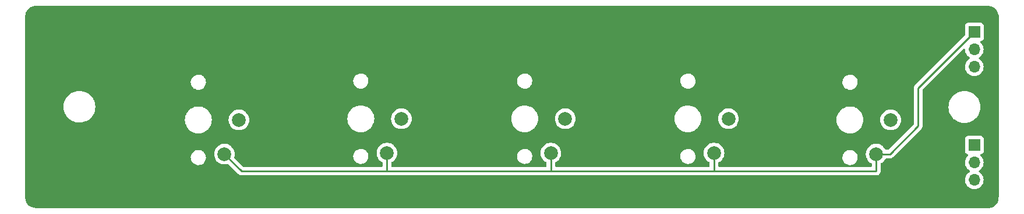
<source format=gbr>
%TF.GenerationSoftware,KiCad,Pcbnew,7.0.1*%
%TF.CreationDate,2023-12-15T14:23:58-05:00*%
%TF.ProjectId,fret,66726574-2e6b-4696-9361-645f70636258,rev?*%
%TF.SameCoordinates,Original*%
%TF.FileFunction,Copper,L1,Top*%
%TF.FilePolarity,Positive*%
%FSLAX46Y46*%
G04 Gerber Fmt 4.6, Leading zero omitted, Abs format (unit mm)*
G04 Created by KiCad (PCBNEW 7.0.1) date 2023-12-15 14:23:58*
%MOMM*%
%LPD*%
G01*
G04 APERTURE LIST*
%TA.AperFunction,ComponentPad*%
%ADD10C,2.000000*%
%TD*%
%TA.AperFunction,ComponentPad*%
%ADD11R,1.700000X1.700000*%
%TD*%
%TA.AperFunction,ComponentPad*%
%ADD12O,1.700000X1.700000*%
%TD*%
%TA.AperFunction,Conductor*%
%ADD13C,0.250000*%
%TD*%
G04 APERTURE END LIST*
D10*
%TO.P,SW5,2,2*%
%TO.N,gnd*%
X204968000Y-98864000D03*
%TO.P,SW5,1,1*%
%TO.N,orange*%
X207068000Y-93864000D03*
%TD*%
%TO.P,SW4,1,1*%
%TO.N,blue*%
X183500000Y-93698000D03*
%TO.P,SW4,2,2*%
%TO.N,gnd*%
X181400000Y-98698000D03*
%TD*%
D11*
%TO.P,J1,1,Pin_1*%
%TO.N,yellow*%
X219227000Y-97551000D03*
D12*
%TO.P,J1,2,Pin_2*%
%TO.N,red*%
X219227000Y-100091000D03*
%TO.P,J1,3,Pin_3*%
%TO.N,green*%
X219227000Y-102631000D03*
%TD*%
D10*
%TO.P,SW2,2,2*%
%TO.N,gnd*%
X133856000Y-98698000D03*
%TO.P,SW2,1,1*%
%TO.N,red*%
X135956000Y-93698000D03*
%TD*%
D11*
%TO.P,J2,1,Pin_1*%
%TO.N,gnd*%
X219227000Y-81041000D03*
D12*
%TO.P,J2,2,Pin_2*%
%TO.N,orange*%
X219227000Y-83581000D03*
%TO.P,J2,3,Pin_3*%
%TO.N,blue*%
X219227000Y-86121000D03*
%TD*%
D10*
%TO.P,SW3,2,2*%
%TO.N,gnd*%
X157678000Y-98698000D03*
%TO.P,SW3,1,1*%
%TO.N,yellow*%
X159778000Y-93698000D03*
%TD*%
%TO.P,SW1,1,1*%
%TO.N,green*%
X112342000Y-93864000D03*
%TO.P,SW1,2,2*%
%TO.N,gnd*%
X110242000Y-98864000D03*
%TD*%
D13*
%TO.N,gnd*%
X206952000Y-98864000D02*
X204968000Y-98864000D01*
X211074000Y-89194000D02*
X211074000Y-94742000D01*
X219227000Y-81041000D02*
X211074000Y-89194000D01*
X211074000Y-94742000D02*
X206952000Y-98864000D01*
X133856000Y-101344000D02*
X133858000Y-101346000D01*
X112724000Y-101346000D02*
X133858000Y-101346000D01*
X133858000Y-101346000D02*
X157734000Y-101346000D01*
X133856000Y-98698000D02*
X133856000Y-101344000D01*
X157678000Y-98698000D02*
X157678000Y-101290000D01*
X157734000Y-101346000D02*
X181356000Y-101346000D01*
X157678000Y-101290000D02*
X157734000Y-101346000D01*
X181400000Y-98698000D02*
X181400000Y-101302000D01*
X181356000Y-101346000D02*
X204978000Y-101346000D01*
X181400000Y-101302000D02*
X181356000Y-101346000D01*
X204978000Y-101346000D02*
X204968000Y-101336000D01*
X204968000Y-101336000D02*
X204968000Y-98864000D01*
X110242000Y-98864000D02*
X112724000Y-101346000D01*
%TD*%
%TA.AperFunction,NonConductor*%
G36*
X221361279Y-77242623D02*
G01*
X221657544Y-77298173D01*
X221663160Y-77299226D01*
X221676412Y-77302474D01*
X221887463Y-77366706D01*
X221911109Y-77376680D01*
X221970851Y-77409538D01*
X222092074Y-77476211D01*
X222106716Y-77485662D01*
X222292615Y-77625086D01*
X222305896Y-77636604D01*
X222410188Y-77740895D01*
X222426813Y-77761523D01*
X222595951Y-78024625D01*
X222602554Y-78036225D01*
X222673683Y-78178486D01*
X222682806Y-78202821D01*
X222747494Y-78452331D01*
X222750504Y-78468070D01*
X222778544Y-78692392D01*
X222779502Y-78707725D01*
X222789497Y-105094795D01*
X222789069Y-105105139D01*
X222769874Y-105335484D01*
X222768816Y-105344330D01*
X222721573Y-105646687D01*
X222714698Y-105672307D01*
X222604984Y-105955737D01*
X222590930Y-105982083D01*
X222401136Y-106253218D01*
X222373542Y-106281614D01*
X222012432Y-106550131D01*
X221985111Y-106565508D01*
X221692970Y-106684189D01*
X221665893Y-106691750D01*
X221435572Y-106728601D01*
X221424230Y-106729883D01*
X221284113Y-106739225D01*
X221275864Y-106739500D01*
X82836899Y-106739500D01*
X82823205Y-106738742D01*
X82480120Y-106700620D01*
X82460380Y-106696786D01*
X82231595Y-106632727D01*
X82209575Y-106624228D01*
X81988652Y-106513767D01*
X81972597Y-106504162D01*
X81816156Y-106393733D01*
X81804982Y-106384839D01*
X81633009Y-106230968D01*
X81611250Y-106205401D01*
X81467782Y-105981233D01*
X81455775Y-105956999D01*
X81315793Y-105574380D01*
X81308903Y-105544537D01*
X81281158Y-105276337D01*
X81280500Y-105263577D01*
X81280500Y-102631000D01*
X217871340Y-102631000D01*
X217891936Y-102866407D01*
X217936709Y-103033502D01*
X217953097Y-103094663D01*
X218052965Y-103308830D01*
X218188505Y-103502401D01*
X218355599Y-103669495D01*
X218549170Y-103805035D01*
X218763337Y-103904903D01*
X218991592Y-103966063D01*
X219227000Y-103986659D01*
X219462408Y-103966063D01*
X219690663Y-103904903D01*
X219904830Y-103805035D01*
X220098401Y-103669495D01*
X220265495Y-103502401D01*
X220401035Y-103308830D01*
X220500903Y-103094663D01*
X220562063Y-102866408D01*
X220582659Y-102631000D01*
X220562063Y-102395592D01*
X220500903Y-102167337D01*
X220401035Y-101953171D01*
X220265495Y-101759599D01*
X220098401Y-101592505D01*
X219912839Y-101462573D01*
X219873975Y-101418257D01*
X219859964Y-101361000D01*
X219873975Y-101303743D01*
X219912839Y-101259426D01*
X220098401Y-101129495D01*
X220265495Y-100962401D01*
X220401035Y-100768830D01*
X220500903Y-100554663D01*
X220562063Y-100326408D01*
X220582659Y-100091000D01*
X220580439Y-100065631D01*
X220562063Y-99855592D01*
X220544162Y-99788785D01*
X220500903Y-99627337D01*
X220401035Y-99413171D01*
X220265495Y-99219599D01*
X220143569Y-99097673D01*
X220112273Y-99044927D01*
X220110084Y-98983634D01*
X220137537Y-98928789D01*
X220187916Y-98893810D01*
X220319331Y-98844796D01*
X220434546Y-98758546D01*
X220520796Y-98643331D01*
X220571091Y-98508483D01*
X220577500Y-98448873D01*
X220577499Y-96653128D01*
X220571091Y-96593517D01*
X220520796Y-96458669D01*
X220434546Y-96343454D01*
X220319331Y-96257204D01*
X220184483Y-96206909D01*
X220124873Y-96200500D01*
X220124869Y-96200500D01*
X218329130Y-96200500D01*
X218269515Y-96206909D01*
X218134669Y-96257204D01*
X218019454Y-96343454D01*
X217933204Y-96458668D01*
X217882909Y-96593516D01*
X217876500Y-96653130D01*
X217876500Y-98448869D01*
X217882909Y-98508484D01*
X217903580Y-98563906D01*
X217933204Y-98643331D01*
X218019454Y-98758546D01*
X218134669Y-98844796D01*
X218246907Y-98886658D01*
X218266082Y-98893810D01*
X218316462Y-98928789D01*
X218343915Y-98983634D01*
X218341726Y-99044926D01*
X218310431Y-99097673D01*
X218188503Y-99219601D01*
X218052965Y-99413170D01*
X217953097Y-99627336D01*
X217891936Y-99855592D01*
X217871340Y-100090999D01*
X217891936Y-100326407D01*
X217928938Y-100464500D01*
X217953097Y-100554663D01*
X218052965Y-100768830D01*
X218188505Y-100962401D01*
X218355599Y-101129495D01*
X218541160Y-101259426D01*
X218580024Y-101303743D01*
X218594035Y-101361000D01*
X218580024Y-101418257D01*
X218541158Y-101462575D01*
X218402643Y-101559565D01*
X218355595Y-101592508D01*
X218188505Y-101759598D01*
X218052965Y-101953170D01*
X217953097Y-102167336D01*
X217891936Y-102395592D01*
X217871340Y-102631000D01*
X81280500Y-102631000D01*
X81280500Y-99311398D01*
X105337746Y-99311398D01*
X105340165Y-99362171D01*
X105347746Y-99521330D01*
X105397297Y-99725580D01*
X105484602Y-99916752D01*
X105565577Y-100030464D01*
X105606514Y-100087952D01*
X105758622Y-100232986D01*
X105830964Y-100279478D01*
X105935425Y-100346612D01*
X105974580Y-100362287D01*
X106130543Y-100424725D01*
X106259228Y-100449527D01*
X106336914Y-100464500D01*
X106336915Y-100464500D01*
X106494420Y-100464500D01*
X106494425Y-100464500D01*
X106651218Y-100449528D01*
X106852875Y-100390316D01*
X107039682Y-100294011D01*
X107204886Y-100164092D01*
X107342519Y-100005256D01*
X107447604Y-99823244D01*
X107516344Y-99624633D01*
X107546254Y-99416602D01*
X107536254Y-99206670D01*
X107486704Y-99002424D01*
X107478123Y-98983634D01*
X107423488Y-98863999D01*
X108736356Y-98863999D01*
X108756891Y-99111816D01*
X108756891Y-99111819D01*
X108756892Y-99111821D01*
X108817937Y-99352881D01*
X108852828Y-99432425D01*
X108917825Y-99580604D01*
X108917827Y-99580607D01*
X109053836Y-99788785D01*
X109222256Y-99971738D01*
X109222259Y-99971740D01*
X109418485Y-100124470D01*
X109418487Y-100124471D01*
X109418491Y-100124474D01*
X109637190Y-100242828D01*
X109872386Y-100323571D01*
X110117665Y-100364500D01*
X110366335Y-100364500D01*
X110611614Y-100323571D01*
X110691287Y-100296218D01*
X110759496Y-100292691D01*
X110819229Y-100325819D01*
X112223196Y-101729787D01*
X112236096Y-101745888D01*
X112287223Y-101793900D01*
X112290020Y-101796611D01*
X112309529Y-101816120D01*
X112312711Y-101818588D01*
X112321571Y-101826155D01*
X112353418Y-101856062D01*
X112358719Y-101858976D01*
X112370972Y-101865712D01*
X112387236Y-101876396D01*
X112398972Y-101885499D01*
X112403064Y-101888673D01*
X112427909Y-101899424D01*
X112443152Y-101906021D01*
X112453631Y-101911154D01*
X112491908Y-101932197D01*
X112511306Y-101937177D01*
X112529708Y-101943477D01*
X112548104Y-101951438D01*
X112591261Y-101958273D01*
X112602664Y-101960634D01*
X112644981Y-101971500D01*
X112665016Y-101971500D01*
X112684413Y-101973026D01*
X112704196Y-101976160D01*
X112747674Y-101972050D01*
X112759344Y-101971500D01*
X133778981Y-101971500D01*
X133795635Y-101971500D01*
X133818869Y-101973696D01*
X133825121Y-101974888D01*
X133832300Y-101975225D01*
X133838196Y-101976160D01*
X133881674Y-101972050D01*
X133893344Y-101971500D01*
X133897350Y-101971500D01*
X157654981Y-101971500D01*
X157675016Y-101971500D01*
X157694413Y-101973026D01*
X157714196Y-101976160D01*
X157757674Y-101972050D01*
X157769344Y-101971500D01*
X157773350Y-101971500D01*
X181273256Y-101971500D01*
X181293762Y-101973764D01*
X181296665Y-101973672D01*
X181296667Y-101973673D01*
X181363872Y-101971561D01*
X181367768Y-101971500D01*
X181395350Y-101971500D01*
X204919016Y-101971500D01*
X204938415Y-101973027D01*
X204958196Y-101976160D01*
X205001674Y-101972050D01*
X205013344Y-101971500D01*
X205017348Y-101971500D01*
X205017350Y-101971500D01*
X205044744Y-101968038D01*
X205048582Y-101967614D01*
X205115533Y-101961287D01*
X205115534Y-101961286D01*
X205118427Y-101961013D01*
X205132089Y-101957733D01*
X205134787Y-101956664D01*
X205134792Y-101956664D01*
X205197388Y-101931879D01*
X205200903Y-101930551D01*
X205264228Y-101907754D01*
X205264233Y-101907750D01*
X205266970Y-101906765D01*
X205279376Y-101900196D01*
X205281726Y-101898488D01*
X205281732Y-101898486D01*
X205336157Y-101858942D01*
X205339301Y-101856734D01*
X205357798Y-101844163D01*
X205394938Y-101818924D01*
X205394939Y-101818922D01*
X205397343Y-101817289D01*
X205407730Y-101807838D01*
X205409585Y-101805595D01*
X205409587Y-101805594D01*
X205452460Y-101753766D01*
X205454968Y-101750831D01*
X205457573Y-101747877D01*
X205499450Y-101700378D01*
X205499450Y-101700377D01*
X205501371Y-101698199D01*
X205509082Y-101686460D01*
X205510321Y-101683826D01*
X205510324Y-101683823D01*
X205538981Y-101622920D01*
X205540657Y-101619499D01*
X205571197Y-101559565D01*
X205571197Y-101559564D01*
X205572517Y-101556974D01*
X205577069Y-101543679D01*
X205577612Y-101540828D01*
X205577614Y-101540826D01*
X205590228Y-101474695D01*
X205591011Y-101470921D01*
X205606305Y-101402499D01*
X205607409Y-101388479D01*
X205603004Y-101318473D01*
X205602820Y-101314579D01*
X205602480Y-101303743D01*
X205600709Y-101247373D01*
X205600708Y-101247370D01*
X205600617Y-101244463D01*
X205597069Y-101224128D01*
X205596540Y-101215711D01*
X205593500Y-101196514D01*
X205593500Y-100305519D01*
X205610977Y-100242045D01*
X205658480Y-100196465D01*
X205791509Y-100124474D01*
X205987744Y-99971738D01*
X206156164Y-99788785D01*
X206292173Y-99580607D01*
X206294851Y-99574500D01*
X206299594Y-99563690D01*
X206326685Y-99524619D01*
X206366488Y-99498615D01*
X206413150Y-99489500D01*
X206869256Y-99489500D01*
X206889762Y-99491764D01*
X206892665Y-99491672D01*
X206892667Y-99491673D01*
X206959872Y-99489561D01*
X206963768Y-99489500D01*
X206991349Y-99489500D01*
X206991350Y-99489500D01*
X206995319Y-99488998D01*
X207006965Y-99488080D01*
X207050627Y-99486709D01*
X207069859Y-99481120D01*
X207088918Y-99477174D01*
X207095196Y-99476381D01*
X207108792Y-99474664D01*
X207149407Y-99458582D01*
X207160444Y-99454803D01*
X207202390Y-99442618D01*
X207219629Y-99432422D01*
X207237102Y-99423862D01*
X207255732Y-99416486D01*
X207291064Y-99390814D01*
X207300830Y-99384400D01*
X207338418Y-99362171D01*
X207338417Y-99362171D01*
X207338420Y-99362170D01*
X207352585Y-99348004D01*
X207367373Y-99335373D01*
X207383587Y-99323594D01*
X207411438Y-99289926D01*
X207419279Y-99281309D01*
X211457789Y-95242800D01*
X211473885Y-95229906D01*
X211475873Y-95227787D01*
X211475877Y-95227786D01*
X211521948Y-95178723D01*
X211524566Y-95176023D01*
X211544120Y-95156471D01*
X211546581Y-95153298D01*
X211554156Y-95144427D01*
X211584062Y-95112582D01*
X211593717Y-95095018D01*
X211604394Y-95078764D01*
X211616673Y-95062936D01*
X211634018Y-95022852D01*
X211639160Y-95012356D01*
X211660197Y-94974092D01*
X211665179Y-94954684D01*
X211671481Y-94936280D01*
X211679437Y-94917896D01*
X211686269Y-94874752D01*
X211688633Y-94863338D01*
X211699500Y-94821019D01*
X211699500Y-94800984D01*
X211701027Y-94781585D01*
X211701068Y-94781321D01*
X211704160Y-94761804D01*
X211700050Y-94718325D01*
X211699500Y-94706656D01*
X211699500Y-91999999D01*
X215475039Y-91999999D01*
X215494929Y-92303474D01*
X215554259Y-92601744D01*
X215652014Y-92889721D01*
X215786524Y-93162480D01*
X215928604Y-93375119D01*
X215955484Y-93415347D01*
X216156004Y-93643996D01*
X216319706Y-93787559D01*
X216384653Y-93844516D01*
X216637519Y-94013475D01*
X216910278Y-94147985D01*
X217198255Y-94245740D01*
X217496525Y-94305070D01*
X217496527Y-94305070D01*
X217496532Y-94305071D01*
X217800000Y-94324961D01*
X218103468Y-94305071D01*
X218103472Y-94305070D01*
X218103474Y-94305070D01*
X218401744Y-94245740D01*
X218689721Y-94147985D01*
X218689720Y-94147985D01*
X218689724Y-94147984D01*
X218962481Y-94013475D01*
X219215347Y-93844516D01*
X219443996Y-93643996D01*
X219644516Y-93415347D01*
X219813475Y-93162481D01*
X219947984Y-92889724D01*
X220045740Y-92601744D01*
X220048025Y-92590259D01*
X220105070Y-92303474D01*
X220105070Y-92303472D01*
X220105071Y-92303468D01*
X220124961Y-92000000D01*
X220105071Y-91696532D01*
X220094888Y-91645340D01*
X220045740Y-91398255D01*
X219947985Y-91110278D01*
X219813475Y-90837520D01*
X219644516Y-90584653D01*
X219443996Y-90356004D01*
X219215347Y-90155484D01*
X219144940Y-90108440D01*
X218962480Y-89986524D01*
X218689721Y-89852014D01*
X218401744Y-89754259D01*
X218103474Y-89694929D01*
X217800000Y-89675039D01*
X217496525Y-89694929D01*
X217198255Y-89754259D01*
X216910278Y-89852014D01*
X216637520Y-89986524D01*
X216384653Y-90155483D01*
X216156004Y-90356004D01*
X215955483Y-90584653D01*
X215786524Y-90837520D01*
X215652014Y-91110278D01*
X215554259Y-91398255D01*
X215494929Y-91696525D01*
X215475039Y-91999999D01*
X211699500Y-91999999D01*
X211699500Y-89504452D01*
X211708939Y-89456999D01*
X211735819Y-89416771D01*
X214567928Y-86584662D01*
X217659194Y-83493395D01*
X217720034Y-83460017D01*
X217789283Y-83464556D01*
X217845249Y-83505591D01*
X217870401Y-83570270D01*
X217891936Y-83816407D01*
X217936709Y-83983501D01*
X217953097Y-84044663D01*
X218052965Y-84258830D01*
X218188505Y-84452401D01*
X218355599Y-84619495D01*
X218541160Y-84749426D01*
X218580024Y-84793743D01*
X218594035Y-84851000D01*
X218580024Y-84908257D01*
X218541159Y-84952575D01*
X218355595Y-85082508D01*
X218188505Y-85249598D01*
X218052965Y-85443170D01*
X217953097Y-85657336D01*
X217891936Y-85885592D01*
X217871340Y-86121000D01*
X217891936Y-86356407D01*
X217936709Y-86523502D01*
X217953097Y-86584663D01*
X218052965Y-86798830D01*
X218188505Y-86992401D01*
X218355599Y-87159495D01*
X218549170Y-87295035D01*
X218763337Y-87394903D01*
X218991592Y-87456063D01*
X219226999Y-87476659D01*
X219226999Y-87476658D01*
X219227000Y-87476659D01*
X219462408Y-87456063D01*
X219690663Y-87394903D01*
X219904830Y-87295035D01*
X220098401Y-87159495D01*
X220265495Y-86992401D01*
X220401035Y-86798830D01*
X220500903Y-86584663D01*
X220562063Y-86356408D01*
X220582659Y-86121000D01*
X220562063Y-85885592D01*
X220500903Y-85657337D01*
X220401035Y-85443171D01*
X220265495Y-85249599D01*
X220098401Y-85082505D01*
X219912839Y-84952573D01*
X219873975Y-84908257D01*
X219859964Y-84851000D01*
X219873975Y-84793743D01*
X219912839Y-84749426D01*
X220098401Y-84619495D01*
X220265495Y-84452401D01*
X220401035Y-84258830D01*
X220500903Y-84044663D01*
X220562063Y-83816408D01*
X220582659Y-83581000D01*
X220562063Y-83345592D01*
X220500903Y-83117337D01*
X220401035Y-82903171D01*
X220265495Y-82709599D01*
X220143569Y-82587672D01*
X220112273Y-82534927D01*
X220110084Y-82473634D01*
X220137537Y-82418789D01*
X220187916Y-82383810D01*
X220319331Y-82334796D01*
X220434546Y-82248546D01*
X220520796Y-82133331D01*
X220571091Y-81998483D01*
X220577500Y-81938873D01*
X220577499Y-80143128D01*
X220571091Y-80083517D01*
X220520796Y-79948669D01*
X220434546Y-79833454D01*
X220319331Y-79747204D01*
X220184483Y-79696909D01*
X220124873Y-79690500D01*
X220124869Y-79690500D01*
X218329130Y-79690500D01*
X218269515Y-79696909D01*
X218134669Y-79747204D01*
X218019454Y-79833454D01*
X217933204Y-79948668D01*
X217882909Y-80083516D01*
X217876500Y-80143131D01*
X217876500Y-81455546D01*
X217867061Y-81502999D01*
X217840181Y-81543227D01*
X210690208Y-88693199D01*
X210674110Y-88706096D01*
X210626096Y-88757225D01*
X210623391Y-88760017D01*
X210603874Y-88779534D01*
X210601415Y-88782705D01*
X210593842Y-88791572D01*
X210563935Y-88823420D01*
X210554285Y-88840974D01*
X210543609Y-88857228D01*
X210531326Y-88873063D01*
X210513975Y-88913158D01*
X210508838Y-88923644D01*
X210487802Y-88961907D01*
X210482821Y-88981309D01*
X210476520Y-88999711D01*
X210468561Y-89018102D01*
X210461728Y-89061242D01*
X210459360Y-89072674D01*
X210448500Y-89114978D01*
X210448500Y-89135016D01*
X210446973Y-89154413D01*
X210443840Y-89174196D01*
X210444447Y-89180613D01*
X210447950Y-89217675D01*
X210448500Y-89229344D01*
X210448500Y-94431547D01*
X210439061Y-94479000D01*
X210412181Y-94519228D01*
X206729228Y-98202181D01*
X206689000Y-98229061D01*
X206641547Y-98238500D01*
X206413150Y-98238500D01*
X206366488Y-98229385D01*
X206326685Y-98203381D01*
X206299594Y-98164310D01*
X206292174Y-98147395D01*
X206292173Y-98147393D01*
X206156164Y-97939215D01*
X205987744Y-97756262D01*
X205965612Y-97739036D01*
X205791514Y-97603529D01*
X205791510Y-97603526D01*
X205791509Y-97603526D01*
X205572810Y-97485172D01*
X205572806Y-97485170D01*
X205572805Y-97485170D01*
X205337615Y-97404429D01*
X205092335Y-97363500D01*
X204843665Y-97363500D01*
X204598384Y-97404429D01*
X204363194Y-97485170D01*
X204144485Y-97603529D01*
X203948259Y-97756259D01*
X203779837Y-97939214D01*
X203643825Y-98147395D01*
X203553780Y-98352678D01*
X203543937Y-98375119D01*
X203496129Y-98563908D01*
X203482891Y-98616183D01*
X203462356Y-98863999D01*
X203482891Y-99111816D01*
X203482891Y-99111819D01*
X203482892Y-99111821D01*
X203543937Y-99352881D01*
X203578828Y-99432425D01*
X203643825Y-99580604D01*
X203643827Y-99580607D01*
X203779836Y-99788785D01*
X203948256Y-99971738D01*
X203948259Y-99971740D01*
X204144485Y-100124470D01*
X204144487Y-100124471D01*
X204144491Y-100124474D01*
X204277519Y-100196465D01*
X204325023Y-100242045D01*
X204342500Y-100305519D01*
X204342500Y-100596500D01*
X204325887Y-100658500D01*
X204280500Y-100703887D01*
X204218500Y-100720500D01*
X182149500Y-100720500D01*
X182087500Y-100703887D01*
X182042113Y-100658500D01*
X182025500Y-100596500D01*
X182025500Y-100139519D01*
X182042977Y-100076045D01*
X182090480Y-100030465D01*
X182223509Y-99958474D01*
X182419744Y-99805738D01*
X182588164Y-99622785D01*
X182724173Y-99414607D01*
X182769445Y-99311398D01*
X200063746Y-99311398D01*
X200066165Y-99362171D01*
X200073746Y-99521330D01*
X200123297Y-99725580D01*
X200210602Y-99916752D01*
X200291577Y-100030464D01*
X200332514Y-100087952D01*
X200484622Y-100232986D01*
X200556964Y-100279478D01*
X200661425Y-100346612D01*
X200700580Y-100362287D01*
X200856543Y-100424725D01*
X200985228Y-100449527D01*
X201062914Y-100464500D01*
X201062915Y-100464500D01*
X201220420Y-100464500D01*
X201220425Y-100464500D01*
X201377218Y-100449528D01*
X201578875Y-100390316D01*
X201765682Y-100294011D01*
X201930886Y-100164092D01*
X202068519Y-100005256D01*
X202173604Y-99823244D01*
X202242344Y-99624633D01*
X202272254Y-99416602D01*
X202262254Y-99206670D01*
X202212704Y-99002424D01*
X202204123Y-98983634D01*
X202125397Y-98811247D01*
X202007188Y-98645247D01*
X202003486Y-98640048D01*
X201851378Y-98495014D01*
X201818754Y-98474048D01*
X201674574Y-98381387D01*
X201518609Y-98318949D01*
X201479457Y-98303275D01*
X201479456Y-98303274D01*
X201479454Y-98303274D01*
X201273086Y-98263500D01*
X201273085Y-98263500D01*
X201115575Y-98263500D01*
X201017579Y-98272857D01*
X200958779Y-98278472D01*
X200757126Y-98337683D01*
X200570315Y-98433990D01*
X200405115Y-98563906D01*
X200267479Y-98722745D01*
X200162396Y-98904754D01*
X200093655Y-99103366D01*
X200063746Y-99311396D01*
X200063746Y-99311398D01*
X182769445Y-99311398D01*
X182824063Y-99186881D01*
X182885108Y-98945821D01*
X182905643Y-98698000D01*
X182885108Y-98450179D01*
X182824063Y-98209119D01*
X182724173Y-97981393D01*
X182588164Y-97773215D01*
X182419744Y-97590262D01*
X182284725Y-97485172D01*
X182223514Y-97437529D01*
X182223510Y-97437526D01*
X182223509Y-97437526D01*
X182004810Y-97319172D01*
X182004806Y-97319170D01*
X182004805Y-97319170D01*
X181769615Y-97238429D01*
X181524335Y-97197500D01*
X181275665Y-97197500D01*
X181030384Y-97238429D01*
X180795194Y-97319170D01*
X180576485Y-97437529D01*
X180380259Y-97590259D01*
X180211837Y-97773214D01*
X180075825Y-97981395D01*
X179985780Y-98186678D01*
X179975937Y-98209119D01*
X179928129Y-98397908D01*
X179914891Y-98450183D01*
X179894356Y-98698000D01*
X179914891Y-98945816D01*
X179914891Y-98945819D01*
X179914892Y-98945821D01*
X179975937Y-99186881D01*
X180003888Y-99250602D01*
X180075825Y-99414604D01*
X180075827Y-99414607D01*
X180211836Y-99622785D01*
X180380256Y-99805738D01*
X180380259Y-99805740D01*
X180576485Y-99958470D01*
X180576487Y-99958471D01*
X180576491Y-99958474D01*
X180709519Y-100030465D01*
X180757023Y-100076045D01*
X180774500Y-100139519D01*
X180774500Y-100596500D01*
X180757887Y-100658500D01*
X180712500Y-100703887D01*
X180650500Y-100720500D01*
X158427500Y-100720500D01*
X158365500Y-100703887D01*
X158320113Y-100658500D01*
X158303500Y-100596500D01*
X158303500Y-100139519D01*
X158320977Y-100076045D01*
X158368480Y-100030465D01*
X158501509Y-99958474D01*
X158697744Y-99805738D01*
X158866164Y-99622785D01*
X159002173Y-99414607D01*
X159102063Y-99186881D01*
X159112568Y-99145398D01*
X176495746Y-99145398D01*
X176505746Y-99355330D01*
X176537618Y-99486709D01*
X176555297Y-99559580D01*
X176642602Y-99750752D01*
X176717259Y-99855592D01*
X176764514Y-99921952D01*
X176916622Y-100066986D01*
X176988964Y-100113478D01*
X177093425Y-100180612D01*
X177132580Y-100196287D01*
X177288543Y-100258725D01*
X177417228Y-100283527D01*
X177494914Y-100298500D01*
X177494915Y-100298500D01*
X177652420Y-100298500D01*
X177652425Y-100298500D01*
X177809218Y-100283528D01*
X178010875Y-100224316D01*
X178197682Y-100128011D01*
X178362886Y-99998092D01*
X178500519Y-99839256D01*
X178605604Y-99657244D01*
X178674344Y-99458633D01*
X178704254Y-99250602D01*
X178694254Y-99040670D01*
X178644704Y-98836424D01*
X178633206Y-98811247D01*
X178557397Y-98645247D01*
X178435487Y-98474050D01*
X178435486Y-98474048D01*
X178283378Y-98329014D01*
X178204734Y-98278472D01*
X178106574Y-98215387D01*
X177950609Y-98152949D01*
X177911457Y-98137275D01*
X177911456Y-98137274D01*
X177911454Y-98137274D01*
X177705086Y-98097500D01*
X177705085Y-98097500D01*
X177547575Y-98097500D01*
X177449579Y-98106857D01*
X177390779Y-98112472D01*
X177189126Y-98171683D01*
X177002315Y-98267990D01*
X176837115Y-98397906D01*
X176699479Y-98556745D01*
X176594396Y-98738754D01*
X176525655Y-98937366D01*
X176495746Y-99145396D01*
X176495746Y-99145398D01*
X159112568Y-99145398D01*
X159163108Y-98945821D01*
X159183643Y-98698000D01*
X159163108Y-98450179D01*
X159102063Y-98209119D01*
X159002173Y-97981393D01*
X158866164Y-97773215D01*
X158697744Y-97590262D01*
X158562725Y-97485172D01*
X158501514Y-97437529D01*
X158501510Y-97437526D01*
X158501509Y-97437526D01*
X158282810Y-97319172D01*
X158282806Y-97319170D01*
X158282805Y-97319170D01*
X158047615Y-97238429D01*
X157802335Y-97197500D01*
X157553665Y-97197500D01*
X157308384Y-97238429D01*
X157073194Y-97319170D01*
X156854485Y-97437529D01*
X156658259Y-97590259D01*
X156489837Y-97773214D01*
X156353825Y-97981395D01*
X156263780Y-98186678D01*
X156253937Y-98209119D01*
X156206129Y-98397908D01*
X156192891Y-98450183D01*
X156172356Y-98698000D01*
X156192891Y-98945816D01*
X156192891Y-98945819D01*
X156192892Y-98945821D01*
X156253937Y-99186881D01*
X156281888Y-99250602D01*
X156353825Y-99414604D01*
X156353827Y-99414607D01*
X156489836Y-99622785D01*
X156658256Y-99805738D01*
X156658259Y-99805740D01*
X156854485Y-99958470D01*
X156854487Y-99958471D01*
X156854491Y-99958474D01*
X156987519Y-100030465D01*
X157035023Y-100076045D01*
X157052500Y-100139519D01*
X157052500Y-100596500D01*
X157035887Y-100658500D01*
X156990500Y-100703887D01*
X156928500Y-100720500D01*
X134605500Y-100720500D01*
X134543500Y-100703887D01*
X134498113Y-100658500D01*
X134481500Y-100596500D01*
X134481500Y-100139519D01*
X134498977Y-100076045D01*
X134546480Y-100030465D01*
X134679509Y-99958474D01*
X134875744Y-99805738D01*
X135044164Y-99622785D01*
X135180173Y-99414607D01*
X135280063Y-99186881D01*
X135290568Y-99145398D01*
X152773746Y-99145398D01*
X152783746Y-99355330D01*
X152815618Y-99486709D01*
X152833297Y-99559580D01*
X152920602Y-99750752D01*
X152995259Y-99855592D01*
X153042514Y-99921952D01*
X153194622Y-100066986D01*
X153266964Y-100113478D01*
X153371425Y-100180612D01*
X153410580Y-100196287D01*
X153566543Y-100258725D01*
X153695228Y-100283527D01*
X153772914Y-100298500D01*
X153772915Y-100298500D01*
X153930420Y-100298500D01*
X153930425Y-100298500D01*
X154087218Y-100283528D01*
X154288875Y-100224316D01*
X154475682Y-100128011D01*
X154640886Y-99998092D01*
X154778519Y-99839256D01*
X154883604Y-99657244D01*
X154952344Y-99458633D01*
X154982254Y-99250602D01*
X154972254Y-99040670D01*
X154922704Y-98836424D01*
X154911206Y-98811247D01*
X154835397Y-98645247D01*
X154713487Y-98474050D01*
X154713486Y-98474048D01*
X154561378Y-98329014D01*
X154482734Y-98278472D01*
X154384574Y-98215387D01*
X154228609Y-98152949D01*
X154189457Y-98137275D01*
X154189456Y-98137274D01*
X154189454Y-98137274D01*
X153983086Y-98097500D01*
X153983085Y-98097500D01*
X153825575Y-98097500D01*
X153727579Y-98106857D01*
X153668779Y-98112472D01*
X153467126Y-98171683D01*
X153280315Y-98267990D01*
X153115115Y-98397906D01*
X152977479Y-98556745D01*
X152872396Y-98738754D01*
X152803655Y-98937366D01*
X152773746Y-99145396D01*
X152773746Y-99145398D01*
X135290568Y-99145398D01*
X135341108Y-98945821D01*
X135361643Y-98698000D01*
X135341108Y-98450179D01*
X135280063Y-98209119D01*
X135180173Y-97981393D01*
X135044164Y-97773215D01*
X134875744Y-97590262D01*
X134740725Y-97485172D01*
X134679514Y-97437529D01*
X134679510Y-97437526D01*
X134679509Y-97437526D01*
X134460810Y-97319172D01*
X134460806Y-97319170D01*
X134460805Y-97319170D01*
X134225615Y-97238429D01*
X133980335Y-97197500D01*
X133731665Y-97197500D01*
X133486384Y-97238429D01*
X133251194Y-97319170D01*
X133032485Y-97437529D01*
X132836259Y-97590259D01*
X132667837Y-97773214D01*
X132531825Y-97981395D01*
X132441780Y-98186678D01*
X132431937Y-98209119D01*
X132384129Y-98397908D01*
X132370891Y-98450183D01*
X132350356Y-98698000D01*
X132370891Y-98945816D01*
X132370891Y-98945819D01*
X132370892Y-98945821D01*
X132431937Y-99186881D01*
X132459888Y-99250602D01*
X132531825Y-99414604D01*
X132531827Y-99414607D01*
X132667836Y-99622785D01*
X132836256Y-99805738D01*
X132836259Y-99805740D01*
X133032485Y-99958470D01*
X133032487Y-99958471D01*
X133032491Y-99958474D01*
X133165519Y-100030465D01*
X133213023Y-100076045D01*
X133230500Y-100139519D01*
X133230500Y-100596500D01*
X133213887Y-100658500D01*
X133168500Y-100703887D01*
X133106500Y-100720500D01*
X113034452Y-100720500D01*
X112986999Y-100711061D01*
X112946771Y-100684181D01*
X111705660Y-99443070D01*
X111673790Y-99388307D01*
X111673136Y-99324950D01*
X111718605Y-99145398D01*
X128951746Y-99145398D01*
X128961746Y-99355330D01*
X128993618Y-99486709D01*
X129011297Y-99559580D01*
X129098602Y-99750752D01*
X129173259Y-99855592D01*
X129220514Y-99921952D01*
X129372622Y-100066986D01*
X129444964Y-100113478D01*
X129549425Y-100180612D01*
X129588580Y-100196287D01*
X129744543Y-100258725D01*
X129873228Y-100283527D01*
X129950914Y-100298500D01*
X129950915Y-100298500D01*
X130108420Y-100298500D01*
X130108425Y-100298500D01*
X130265218Y-100283528D01*
X130466875Y-100224316D01*
X130653682Y-100128011D01*
X130818886Y-99998092D01*
X130956519Y-99839256D01*
X131061604Y-99657244D01*
X131130344Y-99458633D01*
X131160254Y-99250602D01*
X131150254Y-99040670D01*
X131100704Y-98836424D01*
X131089206Y-98811247D01*
X131013397Y-98645247D01*
X130891487Y-98474050D01*
X130891486Y-98474048D01*
X130739378Y-98329014D01*
X130660734Y-98278472D01*
X130562574Y-98215387D01*
X130406609Y-98152949D01*
X130367457Y-98137275D01*
X130367456Y-98137274D01*
X130367454Y-98137274D01*
X130161086Y-98097500D01*
X130161085Y-98097500D01*
X130003575Y-98097500D01*
X129905579Y-98106857D01*
X129846779Y-98112472D01*
X129645126Y-98171683D01*
X129458315Y-98267990D01*
X129293115Y-98397906D01*
X129155479Y-98556745D01*
X129050396Y-98738754D01*
X128981655Y-98937366D01*
X128951746Y-99145396D01*
X128951746Y-99145398D01*
X111718605Y-99145398D01*
X111727108Y-99111821D01*
X111747643Y-98864000D01*
X111727108Y-98616179D01*
X111666063Y-98375119D01*
X111576016Y-98169833D01*
X111566174Y-98147395D01*
X111566173Y-98147393D01*
X111430164Y-97939215D01*
X111261744Y-97756262D01*
X111239612Y-97739036D01*
X111065514Y-97603529D01*
X111065510Y-97603526D01*
X111065509Y-97603526D01*
X110846810Y-97485172D01*
X110846806Y-97485170D01*
X110846805Y-97485170D01*
X110611615Y-97404429D01*
X110366335Y-97363500D01*
X110117665Y-97363500D01*
X109872384Y-97404429D01*
X109637194Y-97485170D01*
X109418485Y-97603529D01*
X109222259Y-97756259D01*
X109053837Y-97939214D01*
X108917825Y-98147395D01*
X108827780Y-98352678D01*
X108817937Y-98375119D01*
X108770129Y-98563908D01*
X108756891Y-98616183D01*
X108736356Y-98863999D01*
X107423488Y-98863999D01*
X107399397Y-98811247D01*
X107281188Y-98645247D01*
X107277486Y-98640048D01*
X107125378Y-98495014D01*
X107092754Y-98474048D01*
X106948574Y-98381387D01*
X106792609Y-98318949D01*
X106753457Y-98303275D01*
X106753456Y-98303274D01*
X106753454Y-98303274D01*
X106547086Y-98263500D01*
X106547085Y-98263500D01*
X106389575Y-98263500D01*
X106291579Y-98272857D01*
X106232779Y-98278472D01*
X106031126Y-98337683D01*
X105844315Y-98433990D01*
X105679115Y-98563906D01*
X105541479Y-98722745D01*
X105436396Y-98904754D01*
X105367655Y-99103366D01*
X105337746Y-99311396D01*
X105337746Y-99311398D01*
X81280500Y-99311398D01*
X81280500Y-91947999D01*
X86835286Y-91947999D01*
X86855123Y-92250659D01*
X86914293Y-92548125D01*
X87011787Y-92835333D01*
X87145934Y-93107356D01*
X87283392Y-93313077D01*
X87314441Y-93359544D01*
X87514422Y-93587578D01*
X87640333Y-93697999D01*
X87742456Y-93787559D01*
X87994643Y-93956065D01*
X88266666Y-94090212D01*
X88410269Y-94138958D01*
X88553873Y-94187706D01*
X88653941Y-94207610D01*
X88851340Y-94246876D01*
X88851342Y-94246876D01*
X88851347Y-94246877D01*
X89154000Y-94266714D01*
X89456653Y-94246877D01*
X89456657Y-94246876D01*
X89456659Y-94246876D01*
X89553989Y-94227515D01*
X89754127Y-94187706D01*
X90041333Y-94090212D01*
X90313357Y-93956065D01*
X90451143Y-93863999D01*
X104486517Y-93863999D01*
X104506422Y-94142294D01*
X104565727Y-94414918D01*
X104565729Y-94414923D01*
X104663231Y-94676337D01*
X104686158Y-94718325D01*
X104796942Y-94921211D01*
X104839879Y-94978568D01*
X104964145Y-95144568D01*
X105161432Y-95341855D01*
X105328948Y-95467255D01*
X105384788Y-95509057D01*
X105472331Y-95556858D01*
X105629663Y-95642769D01*
X105891077Y-95740271D01*
X105891080Y-95740271D01*
X105891081Y-95740272D01*
X105929883Y-95748712D01*
X106163706Y-95799578D01*
X106357420Y-95813432D01*
X106372342Y-95814500D01*
X106372343Y-95814500D01*
X106511657Y-95814500D01*
X106511658Y-95814500D01*
X106525583Y-95813503D01*
X106720294Y-95799578D01*
X106992923Y-95740271D01*
X107254337Y-95642769D01*
X107499213Y-95509056D01*
X107722568Y-95341855D01*
X107919855Y-95144568D01*
X108087056Y-94921213D01*
X108220769Y-94676337D01*
X108318271Y-94414923D01*
X108377578Y-94142294D01*
X108397482Y-93864000D01*
X110836356Y-93864000D01*
X110856891Y-94111816D01*
X110856891Y-94111819D01*
X110856892Y-94111821D01*
X110917937Y-94352881D01*
X110945011Y-94414604D01*
X111017825Y-94580604D01*
X111017827Y-94580607D01*
X111153836Y-94788785D01*
X111322256Y-94971738D01*
X111331034Y-94978570D01*
X111518485Y-95124470D01*
X111518487Y-95124471D01*
X111518491Y-95124474D01*
X111737190Y-95242828D01*
X111972386Y-95323571D01*
X112217665Y-95364500D01*
X112466335Y-95364500D01*
X112711614Y-95323571D01*
X112946810Y-95242828D01*
X113165509Y-95124474D01*
X113361744Y-94971738D01*
X113530164Y-94788785D01*
X113666173Y-94580607D01*
X113766063Y-94352881D01*
X113827108Y-94111821D01*
X113847643Y-93864000D01*
X113833888Y-93698000D01*
X128100517Y-93698000D01*
X128120422Y-93976294D01*
X128179727Y-94248918D01*
X128179729Y-94248923D01*
X128277231Y-94510337D01*
X128277233Y-94510340D01*
X128410942Y-94755211D01*
X128491877Y-94863327D01*
X128578145Y-94978568D01*
X128775432Y-95175855D01*
X128942948Y-95301255D01*
X128998788Y-95343057D01*
X129086331Y-95390858D01*
X129243663Y-95476769D01*
X129505077Y-95574271D01*
X129505080Y-95574271D01*
X129505081Y-95574272D01*
X129543883Y-95582712D01*
X129777706Y-95633578D01*
X129971420Y-95647432D01*
X129986342Y-95648500D01*
X129986343Y-95648500D01*
X130125657Y-95648500D01*
X130125658Y-95648500D01*
X130139583Y-95647503D01*
X130334294Y-95633578D01*
X130606923Y-95574271D01*
X130868337Y-95476769D01*
X131113213Y-95343056D01*
X131336568Y-95175855D01*
X131533855Y-94978568D01*
X131701056Y-94755213D01*
X131834769Y-94510337D01*
X131932271Y-94248923D01*
X131991578Y-93976294D01*
X132011482Y-93698000D01*
X134450356Y-93698000D01*
X134470891Y-93945816D01*
X134470891Y-93945819D01*
X134470892Y-93945821D01*
X134531937Y-94186881D01*
X134558254Y-94246877D01*
X134631825Y-94414604D01*
X134631827Y-94414607D01*
X134767836Y-94622785D01*
X134936256Y-94805738D01*
X134936259Y-94805740D01*
X135132485Y-94958470D01*
X135132487Y-94958471D01*
X135132491Y-94958474D01*
X135351190Y-95076828D01*
X135586386Y-95157571D01*
X135831665Y-95198500D01*
X136080335Y-95198500D01*
X136325614Y-95157571D01*
X136560810Y-95076828D01*
X136779509Y-94958474D01*
X136975744Y-94805738D01*
X137144164Y-94622785D01*
X137280173Y-94414607D01*
X137380063Y-94186881D01*
X137441108Y-93945821D01*
X137461643Y-93698000D01*
X151922517Y-93698000D01*
X151942422Y-93976294D01*
X152001727Y-94248918D01*
X152001729Y-94248923D01*
X152099231Y-94510337D01*
X152099233Y-94510340D01*
X152232942Y-94755211D01*
X152313877Y-94863327D01*
X152400145Y-94978568D01*
X152597432Y-95175855D01*
X152764948Y-95301255D01*
X152820788Y-95343057D01*
X152908331Y-95390858D01*
X153065663Y-95476769D01*
X153327077Y-95574271D01*
X153327080Y-95574271D01*
X153327081Y-95574272D01*
X153365883Y-95582712D01*
X153599706Y-95633578D01*
X153793420Y-95647432D01*
X153808342Y-95648500D01*
X153808343Y-95648500D01*
X153947657Y-95648500D01*
X153947658Y-95648500D01*
X153961583Y-95647503D01*
X154156294Y-95633578D01*
X154428923Y-95574271D01*
X154690337Y-95476769D01*
X154935213Y-95343056D01*
X155158568Y-95175855D01*
X155355855Y-94978568D01*
X155523056Y-94755213D01*
X155656769Y-94510337D01*
X155754271Y-94248923D01*
X155813578Y-93976294D01*
X155833482Y-93698000D01*
X155833482Y-93697999D01*
X158272356Y-93697999D01*
X158292891Y-93945816D01*
X158292891Y-93945819D01*
X158292892Y-93945821D01*
X158353937Y-94186881D01*
X158380254Y-94246877D01*
X158453825Y-94414604D01*
X158453827Y-94414607D01*
X158589836Y-94622785D01*
X158758256Y-94805738D01*
X158758259Y-94805740D01*
X158954485Y-94958470D01*
X158954487Y-94958471D01*
X158954491Y-94958474D01*
X159173190Y-95076828D01*
X159408386Y-95157571D01*
X159653665Y-95198500D01*
X159902335Y-95198500D01*
X160147614Y-95157571D01*
X160382810Y-95076828D01*
X160601509Y-94958474D01*
X160797744Y-94805738D01*
X160966164Y-94622785D01*
X161102173Y-94414607D01*
X161202063Y-94186881D01*
X161263108Y-93945821D01*
X161283643Y-93698000D01*
X175644517Y-93698000D01*
X175664422Y-93976294D01*
X175723727Y-94248918D01*
X175723729Y-94248923D01*
X175821231Y-94510337D01*
X175821233Y-94510340D01*
X175954942Y-94755211D01*
X176035877Y-94863327D01*
X176122145Y-94978568D01*
X176319432Y-95175855D01*
X176486948Y-95301255D01*
X176542788Y-95343057D01*
X176630331Y-95390858D01*
X176787663Y-95476769D01*
X177049077Y-95574271D01*
X177049080Y-95574271D01*
X177049081Y-95574272D01*
X177087883Y-95582712D01*
X177321706Y-95633578D01*
X177515420Y-95647432D01*
X177530342Y-95648500D01*
X177530343Y-95648500D01*
X177669657Y-95648500D01*
X177669658Y-95648500D01*
X177683583Y-95647503D01*
X177878294Y-95633578D01*
X178150923Y-95574271D01*
X178412337Y-95476769D01*
X178657213Y-95343056D01*
X178880568Y-95175855D01*
X179077855Y-94978568D01*
X179245056Y-94755213D01*
X179378769Y-94510337D01*
X179476271Y-94248923D01*
X179535578Y-93976294D01*
X179555482Y-93698000D01*
X179555482Y-93697999D01*
X181994356Y-93697999D01*
X182014891Y-93945816D01*
X182014891Y-93945819D01*
X182014892Y-93945821D01*
X182075937Y-94186881D01*
X182102254Y-94246877D01*
X182175825Y-94414604D01*
X182175827Y-94414607D01*
X182311836Y-94622785D01*
X182480256Y-94805738D01*
X182480259Y-94805740D01*
X182676485Y-94958470D01*
X182676487Y-94958471D01*
X182676491Y-94958474D01*
X182895190Y-95076828D01*
X183130386Y-95157571D01*
X183375665Y-95198500D01*
X183624335Y-95198500D01*
X183869614Y-95157571D01*
X184104810Y-95076828D01*
X184323509Y-94958474D01*
X184519744Y-94805738D01*
X184688164Y-94622785D01*
X184824173Y-94414607D01*
X184924063Y-94186881D01*
X184985108Y-93945821D01*
X184991888Y-93864000D01*
X199212517Y-93864000D01*
X199232422Y-94142294D01*
X199291727Y-94414918D01*
X199291729Y-94414923D01*
X199389231Y-94676337D01*
X199412158Y-94718325D01*
X199522942Y-94921211D01*
X199565879Y-94978568D01*
X199690145Y-95144568D01*
X199887432Y-95341855D01*
X200054948Y-95467255D01*
X200110788Y-95509057D01*
X200198331Y-95556858D01*
X200355663Y-95642769D01*
X200617077Y-95740271D01*
X200617080Y-95740271D01*
X200617081Y-95740272D01*
X200655883Y-95748712D01*
X200889706Y-95799578D01*
X201083420Y-95813432D01*
X201098342Y-95814500D01*
X201098343Y-95814500D01*
X201237657Y-95814500D01*
X201237658Y-95814500D01*
X201251583Y-95813503D01*
X201446294Y-95799578D01*
X201718923Y-95740271D01*
X201980337Y-95642769D01*
X202225213Y-95509056D01*
X202448568Y-95341855D01*
X202645855Y-95144568D01*
X202813056Y-94921213D01*
X202946769Y-94676337D01*
X203044271Y-94414923D01*
X203103578Y-94142294D01*
X203123482Y-93864000D01*
X205562356Y-93864000D01*
X205582891Y-94111816D01*
X205582891Y-94111819D01*
X205582892Y-94111821D01*
X205643937Y-94352881D01*
X205671011Y-94414604D01*
X205743825Y-94580604D01*
X205743827Y-94580607D01*
X205879836Y-94788785D01*
X206048256Y-94971738D01*
X206057034Y-94978570D01*
X206244485Y-95124470D01*
X206244487Y-95124471D01*
X206244491Y-95124474D01*
X206463190Y-95242828D01*
X206698386Y-95323571D01*
X206943665Y-95364500D01*
X207192335Y-95364500D01*
X207437614Y-95323571D01*
X207672810Y-95242828D01*
X207891509Y-95124474D01*
X208087744Y-94971738D01*
X208256164Y-94788785D01*
X208392173Y-94580607D01*
X208492063Y-94352881D01*
X208553108Y-94111821D01*
X208573643Y-93864000D01*
X208553108Y-93616179D01*
X208492063Y-93375119D01*
X208392173Y-93147393D01*
X208256164Y-92939215D01*
X208087744Y-92756262D01*
X208065612Y-92739036D01*
X207891514Y-92603529D01*
X207891510Y-92603526D01*
X207891509Y-92603526D01*
X207672810Y-92485172D01*
X207672806Y-92485170D01*
X207672805Y-92485170D01*
X207437615Y-92404429D01*
X207192335Y-92363500D01*
X206943665Y-92363500D01*
X206698384Y-92404429D01*
X206463194Y-92485170D01*
X206244485Y-92603529D01*
X206048259Y-92756259D01*
X206048256Y-92756261D01*
X206048256Y-92756262D01*
X205925396Y-92889724D01*
X205879837Y-92939214D01*
X205743825Y-93147395D01*
X205716752Y-93209117D01*
X205643937Y-93375119D01*
X205632646Y-93419706D01*
X205582891Y-93616183D01*
X205562356Y-93864000D01*
X203123482Y-93864000D01*
X203103578Y-93585706D01*
X203044271Y-93313077D01*
X202946769Y-93051663D01*
X202856124Y-92885659D01*
X202813057Y-92806788D01*
X202660899Y-92603529D01*
X202645855Y-92583432D01*
X202448568Y-92386145D01*
X202336890Y-92302544D01*
X202225211Y-92218942D01*
X202050124Y-92123338D01*
X201980337Y-92085231D01*
X201718923Y-91987729D01*
X201718918Y-91987727D01*
X201446294Y-91928422D01*
X201237658Y-91913500D01*
X201237657Y-91913500D01*
X201098343Y-91913500D01*
X201098342Y-91913500D01*
X200889705Y-91928422D01*
X200617081Y-91987727D01*
X200486369Y-92036480D01*
X200355663Y-92085231D01*
X200355660Y-92085232D01*
X200355659Y-92085233D01*
X200110788Y-92218942D01*
X199887429Y-92386147D01*
X199690147Y-92583429D01*
X199522942Y-92806788D01*
X199427601Y-92981393D01*
X199389231Y-93051663D01*
X199353644Y-93147077D01*
X199291727Y-93313081D01*
X199232422Y-93585705D01*
X199212517Y-93864000D01*
X184991888Y-93864000D01*
X185005643Y-93698000D01*
X184985108Y-93450179D01*
X184924063Y-93209119D01*
X184824173Y-92981393D01*
X184688164Y-92773215D01*
X184519744Y-92590262D01*
X184465609Y-92548127D01*
X184323514Y-92437529D01*
X184323510Y-92437526D01*
X184323509Y-92437526D01*
X184104810Y-92319172D01*
X184104806Y-92319170D01*
X184104805Y-92319170D01*
X183869615Y-92238429D01*
X183624335Y-92197500D01*
X183375665Y-92197500D01*
X183130384Y-92238429D01*
X182895194Y-92319170D01*
X182676485Y-92437529D01*
X182480259Y-92590259D01*
X182480256Y-92590261D01*
X182480256Y-92590262D01*
X182311836Y-92773215D01*
X182289902Y-92806788D01*
X182175825Y-92981395D01*
X182097705Y-93159492D01*
X182075937Y-93209119D01*
X182023713Y-93415346D01*
X182014891Y-93450183D01*
X181994356Y-93697999D01*
X179555482Y-93697999D01*
X179535578Y-93419706D01*
X179476271Y-93147077D01*
X179378769Y-92885663D01*
X179245056Y-92640787D01*
X179077855Y-92417432D01*
X178880568Y-92220145D01*
X178768890Y-92136544D01*
X178657211Y-92052942D01*
X178465021Y-91947999D01*
X178412337Y-91919231D01*
X178150923Y-91821729D01*
X178150918Y-91821727D01*
X177878294Y-91762422D01*
X177669658Y-91747500D01*
X177669657Y-91747500D01*
X177530343Y-91747500D01*
X177530342Y-91747500D01*
X177321705Y-91762422D01*
X177049081Y-91821727D01*
X176918369Y-91870480D01*
X176787663Y-91919231D01*
X176787660Y-91919232D01*
X176787659Y-91919233D01*
X176542788Y-92052942D01*
X176319429Y-92220147D01*
X176122147Y-92417429D01*
X175954942Y-92640788D01*
X175864300Y-92806788D01*
X175821231Y-92885663D01*
X175785526Y-92981393D01*
X175723727Y-93147081D01*
X175664422Y-93419705D01*
X175644517Y-93698000D01*
X161283643Y-93698000D01*
X161263108Y-93450179D01*
X161202063Y-93209119D01*
X161102173Y-92981393D01*
X160966164Y-92773215D01*
X160797744Y-92590262D01*
X160743609Y-92548127D01*
X160601514Y-92437529D01*
X160601510Y-92437526D01*
X160601509Y-92437526D01*
X160382810Y-92319172D01*
X160382806Y-92319170D01*
X160382805Y-92319170D01*
X160147615Y-92238429D01*
X159902335Y-92197500D01*
X159653665Y-92197500D01*
X159408384Y-92238429D01*
X159173194Y-92319170D01*
X158954485Y-92437529D01*
X158758259Y-92590259D01*
X158758256Y-92590261D01*
X158758256Y-92590262D01*
X158589836Y-92773215D01*
X158567902Y-92806788D01*
X158453825Y-92981395D01*
X158375705Y-93159492D01*
X158353937Y-93209119D01*
X158301713Y-93415346D01*
X158292891Y-93450183D01*
X158272356Y-93697999D01*
X155833482Y-93697999D01*
X155813578Y-93419706D01*
X155754271Y-93147077D01*
X155656769Y-92885663D01*
X155523056Y-92640787D01*
X155355855Y-92417432D01*
X155158568Y-92220145D01*
X155046890Y-92136544D01*
X154935211Y-92052942D01*
X154743021Y-91947999D01*
X154690337Y-91919231D01*
X154428923Y-91821729D01*
X154428918Y-91821727D01*
X154156294Y-91762422D01*
X153947658Y-91747500D01*
X153947657Y-91747500D01*
X153808343Y-91747500D01*
X153808342Y-91747500D01*
X153599705Y-91762422D01*
X153327081Y-91821727D01*
X153196369Y-91870480D01*
X153065663Y-91919231D01*
X153065660Y-91919232D01*
X153065659Y-91919233D01*
X152820788Y-92052942D01*
X152597429Y-92220147D01*
X152400147Y-92417429D01*
X152232942Y-92640788D01*
X152142300Y-92806788D01*
X152099231Y-92885663D01*
X152063526Y-92981393D01*
X152001727Y-93147081D01*
X151942422Y-93419705D01*
X151922517Y-93698000D01*
X137461643Y-93698000D01*
X137441108Y-93450179D01*
X137380063Y-93209119D01*
X137280173Y-92981393D01*
X137144164Y-92773215D01*
X136975744Y-92590262D01*
X136921609Y-92548127D01*
X136779514Y-92437529D01*
X136779510Y-92437526D01*
X136779509Y-92437526D01*
X136560810Y-92319172D01*
X136560806Y-92319170D01*
X136560805Y-92319170D01*
X136325615Y-92238429D01*
X136080335Y-92197500D01*
X135831665Y-92197500D01*
X135586384Y-92238429D01*
X135351194Y-92319170D01*
X135132485Y-92437529D01*
X134936259Y-92590259D01*
X134936256Y-92590261D01*
X134936256Y-92590262D01*
X134767836Y-92773215D01*
X134745902Y-92806788D01*
X134631825Y-92981395D01*
X134553705Y-93159492D01*
X134531937Y-93209119D01*
X134479713Y-93415346D01*
X134470891Y-93450183D01*
X134450356Y-93698000D01*
X132011482Y-93698000D01*
X131991578Y-93419706D01*
X131932271Y-93147077D01*
X131834769Y-92885663D01*
X131701056Y-92640787D01*
X131533855Y-92417432D01*
X131336568Y-92220145D01*
X131224890Y-92136544D01*
X131113211Y-92052942D01*
X130921021Y-91947999D01*
X130868337Y-91919231D01*
X130606923Y-91821729D01*
X130606918Y-91821727D01*
X130334294Y-91762422D01*
X130125658Y-91747500D01*
X130125657Y-91747500D01*
X129986343Y-91747500D01*
X129986342Y-91747500D01*
X129777705Y-91762422D01*
X129505081Y-91821727D01*
X129374369Y-91870480D01*
X129243663Y-91919231D01*
X129243660Y-91919232D01*
X129243659Y-91919233D01*
X128998788Y-92052942D01*
X128775429Y-92220147D01*
X128578147Y-92417429D01*
X128410942Y-92640788D01*
X128320300Y-92806788D01*
X128277231Y-92885663D01*
X128241526Y-92981393D01*
X128179727Y-93147081D01*
X128120422Y-93419705D01*
X128100517Y-93698000D01*
X113833888Y-93698000D01*
X113827108Y-93616179D01*
X113766063Y-93375119D01*
X113666173Y-93147393D01*
X113530164Y-92939215D01*
X113361744Y-92756262D01*
X113339612Y-92739036D01*
X113165514Y-92603529D01*
X113165510Y-92603526D01*
X113165509Y-92603526D01*
X112946810Y-92485172D01*
X112946806Y-92485170D01*
X112946805Y-92485170D01*
X112711615Y-92404429D01*
X112466335Y-92363500D01*
X112217665Y-92363500D01*
X111972384Y-92404429D01*
X111737194Y-92485170D01*
X111518485Y-92603529D01*
X111322259Y-92756259D01*
X111322256Y-92756261D01*
X111322256Y-92756262D01*
X111199396Y-92889724D01*
X111153837Y-92939214D01*
X111017825Y-93147395D01*
X110990752Y-93209117D01*
X110917937Y-93375119D01*
X110906646Y-93419706D01*
X110856891Y-93616183D01*
X110836356Y-93864000D01*
X108397482Y-93864000D01*
X108377578Y-93585706D01*
X108318271Y-93313077D01*
X108220769Y-93051663D01*
X108130124Y-92885659D01*
X108087057Y-92806788D01*
X107934899Y-92603529D01*
X107919855Y-92583432D01*
X107722568Y-92386145D01*
X107610890Y-92302544D01*
X107499211Y-92218942D01*
X107324124Y-92123338D01*
X107254337Y-92085231D01*
X106992923Y-91987729D01*
X106992918Y-91987727D01*
X106720294Y-91928422D01*
X106511658Y-91913500D01*
X106511657Y-91913500D01*
X106372343Y-91913500D01*
X106372342Y-91913500D01*
X106163705Y-91928422D01*
X105891081Y-91987727D01*
X105760369Y-92036480D01*
X105629663Y-92085231D01*
X105629660Y-92085232D01*
X105629659Y-92085233D01*
X105384788Y-92218942D01*
X105161429Y-92386147D01*
X104964147Y-92583429D01*
X104796942Y-92806788D01*
X104701601Y-92981393D01*
X104663231Y-93051663D01*
X104627644Y-93147077D01*
X104565727Y-93313081D01*
X104506422Y-93585705D01*
X104486517Y-93863999D01*
X90451143Y-93863999D01*
X90565544Y-93787559D01*
X90793578Y-93587578D01*
X90993559Y-93359544D01*
X91162065Y-93107357D01*
X91296212Y-92835333D01*
X91393706Y-92548127D01*
X91442370Y-92303474D01*
X91452876Y-92250659D01*
X91452876Y-92250657D01*
X91452877Y-92250653D01*
X91472714Y-91948000D01*
X91452877Y-91645347D01*
X91393706Y-91347873D01*
X91296212Y-91060667D01*
X91187642Y-90840509D01*
X91162065Y-90788643D01*
X90993559Y-90536456D01*
X90835306Y-90356004D01*
X90793578Y-90308422D01*
X90565544Y-90108441D01*
X90383082Y-89986524D01*
X90313356Y-89939934D01*
X90041333Y-89805787D01*
X89754125Y-89708293D01*
X89456659Y-89649123D01*
X89154000Y-89629286D01*
X88851340Y-89649123D01*
X88553874Y-89708293D01*
X88266666Y-89805787D01*
X87994643Y-89939934D01*
X87742456Y-90108440D01*
X87514422Y-90308422D01*
X87314440Y-90536456D01*
X87145934Y-90788643D01*
X87011787Y-91060666D01*
X86914293Y-91347874D01*
X86855123Y-91645340D01*
X86835286Y-91947999D01*
X81280500Y-91947999D01*
X81280500Y-88311398D01*
X105337746Y-88311398D01*
X105347746Y-88521330D01*
X105391789Y-88702878D01*
X105397297Y-88725580D01*
X105484602Y-88916752D01*
X105587494Y-89061242D01*
X105606514Y-89087952D01*
X105758622Y-89232986D01*
X105830964Y-89279478D01*
X105935425Y-89346612D01*
X105974580Y-89362287D01*
X106130543Y-89424725D01*
X106259228Y-89449527D01*
X106336914Y-89464500D01*
X106336915Y-89464500D01*
X106494420Y-89464500D01*
X106494425Y-89464500D01*
X106651218Y-89449528D01*
X106852875Y-89390316D01*
X107039682Y-89294011D01*
X107204886Y-89164092D01*
X107342519Y-89005256D01*
X107447604Y-88823244D01*
X107516344Y-88624633D01*
X107546254Y-88416602D01*
X107536254Y-88206670D01*
X107521389Y-88145396D01*
X128951746Y-88145396D01*
X128961746Y-88355330D01*
X129011297Y-88559580D01*
X129098602Y-88750752D01*
X129168939Y-88849525D01*
X129220514Y-88921952D01*
X129372622Y-89066986D01*
X129405241Y-89087949D01*
X129549425Y-89180612D01*
X129588580Y-89196287D01*
X129744543Y-89258725D01*
X129873228Y-89283527D01*
X129950914Y-89298500D01*
X129950915Y-89298500D01*
X130108420Y-89298500D01*
X130108425Y-89298500D01*
X130265218Y-89283528D01*
X130466875Y-89224316D01*
X130653682Y-89128011D01*
X130818886Y-88998092D01*
X130956519Y-88839256D01*
X131061604Y-88657244D01*
X131130344Y-88458633D01*
X131160254Y-88250602D01*
X131155243Y-88145396D01*
X152773746Y-88145396D01*
X152783746Y-88355330D01*
X152833297Y-88559580D01*
X152920602Y-88750752D01*
X152990939Y-88849525D01*
X153042514Y-88921952D01*
X153194622Y-89066986D01*
X153227241Y-89087949D01*
X153371425Y-89180612D01*
X153410580Y-89196287D01*
X153566543Y-89258725D01*
X153695228Y-89283527D01*
X153772914Y-89298500D01*
X153772915Y-89298500D01*
X153930420Y-89298500D01*
X153930425Y-89298500D01*
X154087218Y-89283528D01*
X154288875Y-89224316D01*
X154475682Y-89128011D01*
X154640886Y-88998092D01*
X154778519Y-88839256D01*
X154883604Y-88657244D01*
X154952344Y-88458633D01*
X154982254Y-88250602D01*
X154977243Y-88145396D01*
X176495746Y-88145396D01*
X176505746Y-88355330D01*
X176555297Y-88559580D01*
X176642602Y-88750752D01*
X176712939Y-88849525D01*
X176764514Y-88921952D01*
X176916622Y-89066986D01*
X176949241Y-89087949D01*
X177093425Y-89180612D01*
X177132580Y-89196287D01*
X177288543Y-89258725D01*
X177417228Y-89283527D01*
X177494914Y-89298500D01*
X177494915Y-89298500D01*
X177652420Y-89298500D01*
X177652425Y-89298500D01*
X177809218Y-89283528D01*
X178010875Y-89224316D01*
X178197682Y-89128011D01*
X178362886Y-88998092D01*
X178500519Y-88839256D01*
X178605604Y-88657244D01*
X178674344Y-88458633D01*
X178695513Y-88311398D01*
X200063746Y-88311398D01*
X200073746Y-88521330D01*
X200117789Y-88702878D01*
X200123297Y-88725580D01*
X200210602Y-88916752D01*
X200313494Y-89061242D01*
X200332514Y-89087952D01*
X200484622Y-89232986D01*
X200556964Y-89279478D01*
X200661425Y-89346612D01*
X200700580Y-89362287D01*
X200856543Y-89424725D01*
X200985228Y-89449527D01*
X201062914Y-89464500D01*
X201062915Y-89464500D01*
X201220420Y-89464500D01*
X201220425Y-89464500D01*
X201377218Y-89449528D01*
X201578875Y-89390316D01*
X201765682Y-89294011D01*
X201930886Y-89164092D01*
X202068519Y-89005256D01*
X202173604Y-88823244D01*
X202242344Y-88624633D01*
X202272254Y-88416602D01*
X202262254Y-88206670D01*
X202212704Y-88002424D01*
X202212702Y-88002419D01*
X202125397Y-87811247D01*
X202003487Y-87640050D01*
X202003486Y-87640048D01*
X201851378Y-87495014D01*
X201818754Y-87474048D01*
X201674574Y-87381387D01*
X201518609Y-87318949D01*
X201479457Y-87303275D01*
X201479456Y-87303274D01*
X201479454Y-87303274D01*
X201273086Y-87263500D01*
X201273085Y-87263500D01*
X201115575Y-87263500D01*
X201017579Y-87272857D01*
X200958779Y-87278472D01*
X200757126Y-87337683D01*
X200570315Y-87433990D01*
X200405115Y-87563906D01*
X200267479Y-87722745D01*
X200162396Y-87904754D01*
X200093655Y-88103366D01*
X200063746Y-88311396D01*
X200063746Y-88311398D01*
X178695513Y-88311398D01*
X178704254Y-88250602D01*
X178694254Y-88040670D01*
X178644704Y-87836424D01*
X178633206Y-87811247D01*
X178557397Y-87645247D01*
X178435487Y-87474050D01*
X178435486Y-87474048D01*
X178283378Y-87329014D01*
X178204734Y-87278472D01*
X178106574Y-87215387D01*
X177950609Y-87152949D01*
X177911457Y-87137275D01*
X177911456Y-87137274D01*
X177911454Y-87137274D01*
X177705086Y-87097500D01*
X177705085Y-87097500D01*
X177547575Y-87097500D01*
X177449579Y-87106857D01*
X177390779Y-87112472D01*
X177189126Y-87171683D01*
X177002315Y-87267990D01*
X176837115Y-87397906D01*
X176699479Y-87556745D01*
X176594396Y-87738754D01*
X176525655Y-87937366D01*
X176495746Y-88145396D01*
X154977243Y-88145396D01*
X154972254Y-88040670D01*
X154922704Y-87836424D01*
X154911206Y-87811247D01*
X154835397Y-87645247D01*
X154713487Y-87474050D01*
X154713486Y-87474048D01*
X154561378Y-87329014D01*
X154482734Y-87278472D01*
X154384574Y-87215387D01*
X154228609Y-87152949D01*
X154189457Y-87137275D01*
X154189456Y-87137274D01*
X154189454Y-87137274D01*
X153983086Y-87097500D01*
X153983085Y-87097500D01*
X153825575Y-87097500D01*
X153727579Y-87106857D01*
X153668779Y-87112472D01*
X153467126Y-87171683D01*
X153280315Y-87267990D01*
X153115115Y-87397906D01*
X152977479Y-87556745D01*
X152872396Y-87738754D01*
X152803655Y-87937366D01*
X152773746Y-88145396D01*
X131155243Y-88145396D01*
X131150254Y-88040670D01*
X131100704Y-87836424D01*
X131089206Y-87811247D01*
X131013397Y-87645247D01*
X130891487Y-87474050D01*
X130891486Y-87474048D01*
X130739378Y-87329014D01*
X130660734Y-87278472D01*
X130562574Y-87215387D01*
X130406609Y-87152949D01*
X130367457Y-87137275D01*
X130367456Y-87137274D01*
X130367454Y-87137274D01*
X130161086Y-87097500D01*
X130161085Y-87097500D01*
X130003575Y-87097500D01*
X129905579Y-87106857D01*
X129846779Y-87112472D01*
X129645126Y-87171683D01*
X129458315Y-87267990D01*
X129293115Y-87397906D01*
X129155479Y-87556745D01*
X129050396Y-87738754D01*
X128981655Y-87937366D01*
X128951746Y-88145396D01*
X107521389Y-88145396D01*
X107486704Y-88002424D01*
X107486702Y-88002419D01*
X107399397Y-87811247D01*
X107277487Y-87640050D01*
X107277486Y-87640048D01*
X107125378Y-87495014D01*
X107092754Y-87474048D01*
X106948574Y-87381387D01*
X106792609Y-87318949D01*
X106753457Y-87303275D01*
X106753456Y-87303274D01*
X106753454Y-87303274D01*
X106547086Y-87263500D01*
X106547085Y-87263500D01*
X106389575Y-87263500D01*
X106291579Y-87272857D01*
X106232779Y-87278472D01*
X106031126Y-87337683D01*
X105844315Y-87433990D01*
X105679115Y-87563906D01*
X105541479Y-87722745D01*
X105436396Y-87904754D01*
X105367655Y-88103366D01*
X105337746Y-88311396D01*
X105337746Y-88311398D01*
X81280500Y-88311398D01*
X81280500Y-78744135D01*
X81280775Y-78735888D01*
X81289880Y-78599294D01*
X81292470Y-78581042D01*
X81318928Y-78460097D01*
X81357668Y-78282997D01*
X81365914Y-78258196D01*
X81456294Y-78059358D01*
X81465994Y-78041909D01*
X81595324Y-77847913D01*
X81606534Y-77833521D01*
X81781883Y-77639715D01*
X81800491Y-77622926D01*
X82077894Y-77419496D01*
X82104428Y-77404661D01*
X82348405Y-77305263D01*
X82372605Y-77298173D01*
X82618854Y-77252573D01*
X82641434Y-77250500D01*
X83391434Y-77250500D01*
X83391454Y-77250495D01*
X221338434Y-77240500D01*
X221361279Y-77242623D01*
G37*
%TD.AperFunction*%
M02*

</source>
